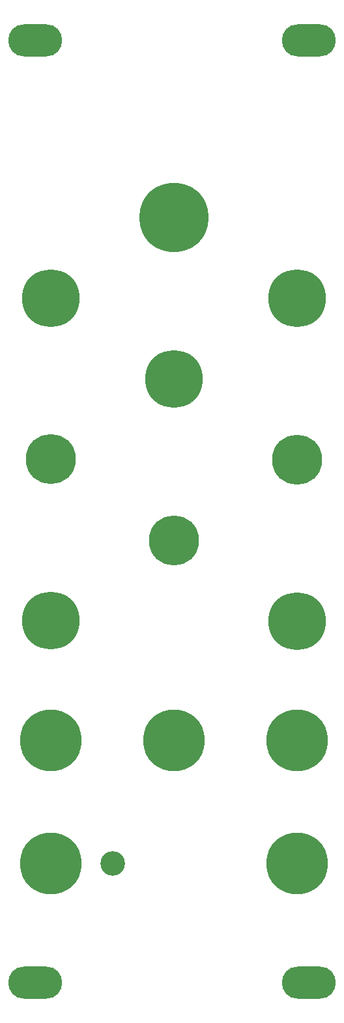
<source format=gbr>
%TF.GenerationSoftware,KiCad,Pcbnew,9.0.5*%
%TF.CreationDate,2025-11-15T20:55:57+01:00*%
%TF.ProjectId,FV1 Panel,46563120-5061-46e6-956c-2e6b69636164,rev?*%
%TF.SameCoordinates,Original*%
%TF.FileFunction,Soldermask,Top*%
%TF.FilePolarity,Negative*%
%FSLAX46Y46*%
G04 Gerber Fmt 4.6, Leading zero omitted, Abs format (unit mm)*
G04 Created by KiCad (PCBNEW 9.0.5) date 2025-11-15 20:55:57*
%MOMM*%
%LPD*%
G01*
G04 APERTURE LIST*
%ADD10O,7.000000X4.200000*%
%ADD11C,6.500000*%
%ADD12C,8.000000*%
%ADD13C,7.500000*%
%ADD14C,3.200000*%
%ADD15C,9.000000*%
G04 APERTURE END LIST*
D10*
%TO.C,*%
X152743956Y-165244752D03*
%TD*%
D11*
%TO.C,*%
X119213956Y-97204752D03*
%TD*%
D12*
%TO.C,*%
X119233956Y-133744752D03*
%TD*%
D13*
%TO.C,*%
X119213956Y-76294752D03*
%TD*%
%TO.C,*%
X135223956Y-86774752D03*
%TD*%
D12*
%TO.C,*%
X135233956Y-133744752D03*
%TD*%
%TO.C,*%
X151233956Y-149744752D03*
%TD*%
%TO.C,*%
X119233956Y-149744752D03*
%TD*%
D14*
%TO.C,*%
X127243956Y-149764752D03*
%TD*%
D10*
%TO.C,*%
X117203956Y-42734752D03*
%TD*%
D13*
%TO.C,*%
X151233956Y-76264752D03*
%TD*%
%TO.C,*%
X151233956Y-118264752D03*
%TD*%
D11*
%TO.C,*%
X151233956Y-97264752D03*
%TD*%
D15*
%TO.C,*%
X135223956Y-65774752D03*
%TD*%
D10*
%TO.C,*%
X152763956Y-42734752D03*
%TD*%
%TO.C,*%
X117183956Y-165244752D03*
%TD*%
D11*
%TO.C,*%
X135223956Y-107774752D03*
%TD*%
D12*
%TO.C,*%
X151233956Y-133744752D03*
%TD*%
D13*
%TO.C,*%
X119213956Y-118204752D03*
%TD*%
M02*

</source>
